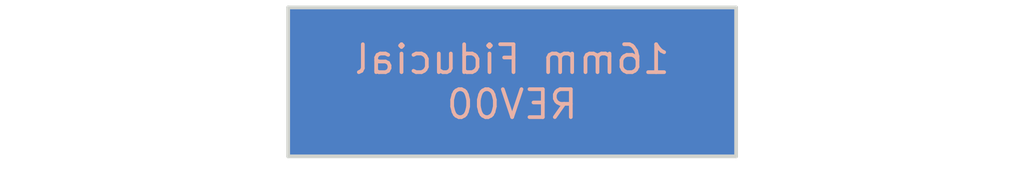
<source format=kicad_pcb>
(kicad_pcb (version 20221018) (generator pcbnew)
  (layers (0 "F.Cu" signal) (31 "B.Cu" signal) (34 "B.Paste" user) (35 "F.Paste" user) (36 "B.SilkS" user "B.Silkscreen") (37 "F.SilkS" user "F.Silkscreen") (38 "B.Mask" user) (39 "F.Mask" user) (44 "Edge.Cuts" user))
  (net 0 "")
  (footprint "Fiducial:Fiducial_1mm_Mask2mm" (layer "F.Cu") (at 6 -2)
    (fp_text reference "REF**" hide)
    (fp_text value "Fiducial_1mm_Mask2mm")
    (pad "" smd circle (at 0 0) (size 1 1) (layers "F.Cu" "F.Mask") (clearance 0.5))
  )
  (footprint "Fiducial:Fiducial_0.5mm_Mask1.5mm" (layer "F.Cu") (at 9 -2)
    (fp_text reference "REF**" hide)
    (fp_text value "Fiducial_0.5mm_Mask1.5mm")
    (pad "" smd circle (at 0 0) (size 0.5 0.5) (layers "F.Cu" "F.Mask") (clearance 0.5))
  )
  (footprint "Fiducial:Fiducial_0.5mm_Mask1.5mm" (layer "F.Cu") (at 3 -2)
    (fp_text reference "REF**" hide)
    (fp_text value "Fiducial_0.5mm_Mask1.5mm")
    (pad "" smd circle (at 0 0) (size 0.5 0.5) (layers "F.Cu" "F.Mask") (clearance 0.5))
  )
  (gr_line (start 0 0) (end 12 0) (stroke (width 0.1)) (layer "Edge.Cuts"))
  (gr_line (start 0 -4) (end 0 0) (stroke (width 0.1)) (layer "Edge.Cuts"))
  (gr_line (start 12 -4) (end 0 -4) (stroke (width 0.1)) (layer "Edge.Cuts"))
  (gr_line (start 12 0) (end 12 -4) (stroke (width 0.1)) (layer "Edge.Cuts"))
  (gr_text "16mm Fiducial\nREV00" (at 6 -2) (layer "B.SilkS") (effects (font (size 0.75 0.75) (thickness 0.1)) (justify mirror)))
  (zone (net 0) (net_name "") (layers "F&B.Cu") (connect_pads (clearance 0.2)) (min_thickness 0.25) (fill yes (thermal_gap 0.5) (thermal_bridge_width 0.5) (island_removal_mode 1) (island_area_min 10))
    (polygon (pts (xy -0.2 -4.2) (xy -0.2 0.2) (xy 12.2 0.2) (xy 12.2 -4.2)))
  )
)
</source>
